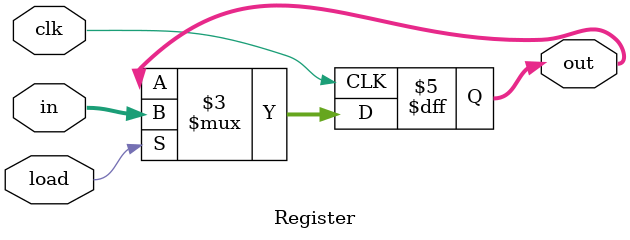
<source format=v>
/**
 * 16-bit register:
 * If load[t] == 1 then out[t+1] = in[t]
 * else out does not change
 */

`default_nettype none

module Register(
	input clk,
	input [15:0] in,
	input load,
	output [15:0] out
);
    
    reg out = 0;
    always @(negedge clk) begin
        if (load)
            out <= in;
    end

endmodule

</source>
